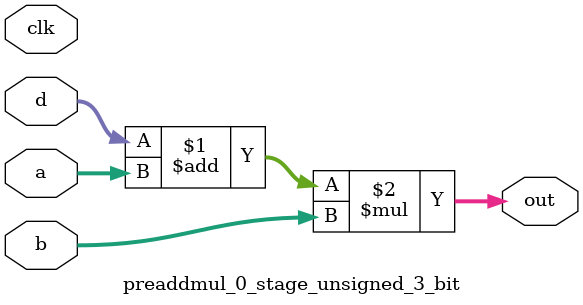
<source format=sv>
(* use_dsp = "yes" *) module preaddmul_0_stage_unsigned_3_bit(
	input  [2:0] a,
	input  [2:0] b,
	input  [2:0] d,
	output [2:0] out,
	input clk);

	assign out = (d + a) * b;
endmodule

</source>
